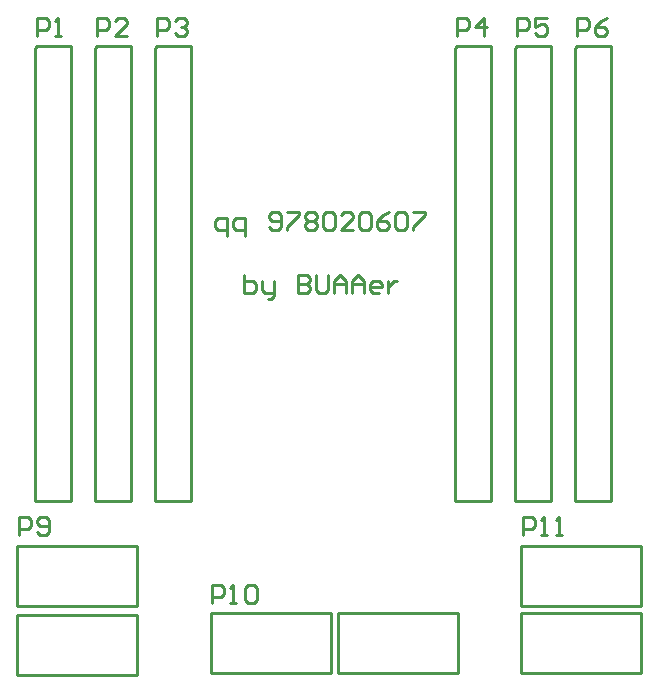
<source format=gto>
G04*
G04 #@! TF.GenerationSoftware,Altium Limited,Altium Designer,18.0.7 (293)*
G04*
G04 Layer_Color=65535*
%FSLAX25Y25*%
%MOIN*%
G70*
G01*
G75*
%ADD10C,0.01000*%
D10*
X342500Y214500D02*
Y234500D01*
X382500D01*
Y214500D02*
Y234500D01*
X342500Y214500D02*
X382500D01*
X342500Y237000D02*
Y257000D01*
X382500D01*
Y237000D02*
Y257000D01*
X342500Y237000D02*
X382500D01*
X281500Y214500D02*
Y234500D01*
X321500D01*
Y214500D02*
Y234500D01*
X281500Y214500D02*
X321500D01*
X174500Y214000D02*
Y234000D01*
X214500D01*
Y214000D02*
Y234000D01*
X174500Y214000D02*
X214500D01*
X360500Y272000D02*
X372500D01*
Y423500D01*
X361000D02*
X372500D01*
X360500Y423000D02*
X361000Y423500D01*
X360500Y272000D02*
Y423000D01*
X340500Y272000D02*
X352500D01*
Y423500D01*
X341000D02*
X352500D01*
X340500Y423000D02*
X341000Y423500D01*
X340500Y272000D02*
Y423000D01*
X320500Y272000D02*
X332500D01*
Y423500D01*
X321000D02*
X332500D01*
X320500Y423000D02*
X321000Y423500D01*
X320500Y272000D02*
Y423000D01*
X220500Y272000D02*
X232500D01*
Y423500D01*
X221000D02*
X232500D01*
X220500Y423000D02*
X221000Y423500D01*
X220500Y272000D02*
Y423000D01*
X200500Y272000D02*
X212500D01*
Y423500D01*
X201000D02*
X212500D01*
X200500Y423000D02*
X201000Y423500D01*
X200500Y272000D02*
Y423000D01*
X180500Y272000D02*
X192500D01*
Y423500D01*
X181000D02*
X192500D01*
X180500Y423000D02*
X181000Y423500D01*
X180500Y272000D02*
Y423000D01*
X239000Y214500D02*
X279000D01*
Y234500D01*
X239000D02*
X279000D01*
X239000Y214500D02*
Y234500D01*
X174500Y237000D02*
X214500D01*
Y257000D01*
X174500D02*
X214500D01*
X174500Y237000D02*
Y257000D01*
X244499Y360461D02*
Y366459D01*
X241500D01*
X240500Y365460D01*
Y363460D01*
X241500Y362461D01*
X244499D01*
X250497Y360461D02*
Y366459D01*
X247498D01*
X246498Y365460D01*
Y363460D01*
X247498Y362461D01*
X250497D01*
X258494Y363460D02*
X259494Y362461D01*
X261493D01*
X262493Y363460D01*
Y367459D01*
X261493Y368459D01*
X259494D01*
X258494Y367459D01*
Y366459D01*
X259494Y365460D01*
X262493D01*
X264492Y368459D02*
X268491D01*
Y367459D01*
X264492Y363460D01*
Y362461D01*
X270490Y367459D02*
X271490Y368459D01*
X273489D01*
X274489Y367459D01*
Y366459D01*
X273489Y365460D01*
X274489Y364460D01*
Y363460D01*
X273489Y362461D01*
X271490D01*
X270490Y363460D01*
Y364460D01*
X271490Y365460D01*
X270490Y366459D01*
Y367459D01*
X271490Y365460D02*
X273489D01*
X276488Y367459D02*
X277488Y368459D01*
X279487D01*
X280487Y367459D01*
Y363460D01*
X279487Y362461D01*
X277488D01*
X276488Y363460D01*
Y367459D01*
X286485Y362461D02*
X282486D01*
X286485Y366459D01*
Y367459D01*
X285485Y368459D01*
X283486D01*
X282486Y367459D01*
X288485D02*
X289484Y368459D01*
X291483D01*
X292483Y367459D01*
Y363460D01*
X291483Y362461D01*
X289484D01*
X288485Y363460D01*
Y367459D01*
X298481Y368459D02*
X296482Y367459D01*
X294482Y365460D01*
Y363460D01*
X295482Y362461D01*
X297482D01*
X298481Y363460D01*
Y364460D01*
X297482Y365460D01*
X294482D01*
X300481Y367459D02*
X301480Y368459D01*
X303480D01*
X304479Y367459D01*
Y363460D01*
X303480Y362461D01*
X301480D01*
X300481Y363460D01*
Y367459D01*
X306479Y368459D02*
X310477D01*
Y367459D01*
X306479Y363460D01*
Y362461D01*
X249997Y347264D02*
Y341266D01*
X252996D01*
X253996Y342266D01*
Y343265D01*
Y344265D01*
X252996Y345265D01*
X249997D01*
X255995D02*
Y342266D01*
X256995Y341266D01*
X259994D01*
Y340266D01*
X258994Y339267D01*
X257994D01*
X259994Y341266D02*
Y345265D01*
X267991Y347264D02*
Y341266D01*
X270990D01*
X271990Y342266D01*
Y343265D01*
X270990Y344265D01*
X267991D01*
X270990D01*
X271990Y345265D01*
Y346264D01*
X270990Y347264D01*
X267991D01*
X273989D02*
Y342266D01*
X274989Y341266D01*
X276988D01*
X277988Y342266D01*
Y347264D01*
X279987Y341266D02*
Y345265D01*
X281987Y347264D01*
X283986Y345265D01*
Y341266D01*
Y344265D01*
X279987D01*
X285985Y341266D02*
Y345265D01*
X287985Y347264D01*
X289984Y345265D01*
Y341266D01*
Y344265D01*
X285985D01*
X294982Y341266D02*
X292983D01*
X291983Y342266D01*
Y344265D01*
X292983Y345265D01*
X294982D01*
X295982Y344265D01*
Y343265D01*
X291983D01*
X297981Y345265D02*
Y341266D01*
Y343265D01*
X298981Y344265D01*
X299981Y345265D01*
X300980D01*
X343000Y260500D02*
Y266498D01*
X345999D01*
X346999Y265498D01*
Y263499D01*
X345999Y262499D01*
X343000D01*
X348998Y260500D02*
X350997D01*
X349998D01*
Y266498D01*
X348998Y265498D01*
X353996Y260500D02*
X355996D01*
X354996D01*
Y266498D01*
X353996Y265498D01*
X239500Y238000D02*
Y243998D01*
X242499D01*
X243499Y242998D01*
Y240999D01*
X242499Y239999D01*
X239500D01*
X245498Y238000D02*
X247497D01*
X246498D01*
Y243998D01*
X245498Y242998D01*
X250496D02*
X251496Y243998D01*
X253496D01*
X254495Y242998D01*
Y239000D01*
X253496Y238000D01*
X251496D01*
X250496Y239000D01*
Y242998D01*
X175000Y260500D02*
Y266498D01*
X177999D01*
X178999Y265498D01*
Y263499D01*
X177999Y262499D01*
X175000D01*
X180998Y261500D02*
X181998Y260500D01*
X183997D01*
X184997Y261500D01*
Y265498D01*
X183997Y266498D01*
X181998D01*
X180998Y265498D01*
Y264499D01*
X181998Y263499D01*
X184997D01*
X361000Y427000D02*
Y432998D01*
X363999D01*
X364999Y431998D01*
Y429999D01*
X363999Y428999D01*
X361000D01*
X370997Y432998D02*
X368997Y431998D01*
X366998Y429999D01*
Y428000D01*
X367998Y427000D01*
X369997D01*
X370997Y428000D01*
Y428999D01*
X369997Y429999D01*
X366998D01*
X341000Y427000D02*
Y432998D01*
X343999D01*
X344999Y431998D01*
Y429999D01*
X343999Y428999D01*
X341000D01*
X350997Y432998D02*
X346998D01*
Y429999D01*
X348997Y430999D01*
X349997D01*
X350997Y429999D01*
Y428000D01*
X349997Y427000D01*
X347998D01*
X346998Y428000D01*
X321000Y427000D02*
Y432998D01*
X323999D01*
X324999Y431998D01*
Y429999D01*
X323999Y428999D01*
X321000D01*
X329997Y427000D02*
Y432998D01*
X326998Y429999D01*
X330997D01*
X221000Y427000D02*
Y432998D01*
X223999D01*
X224999Y431998D01*
Y429999D01*
X223999Y428999D01*
X221000D01*
X226998Y431998D02*
X227998Y432998D01*
X229997D01*
X230997Y431998D01*
Y430999D01*
X229997Y429999D01*
X228997D01*
X229997D01*
X230997Y428999D01*
Y428000D01*
X229997Y427000D01*
X227998D01*
X226998Y428000D01*
X201000Y427000D02*
Y432998D01*
X203999D01*
X204999Y431998D01*
Y429999D01*
X203999Y428999D01*
X201000D01*
X210997Y427000D02*
X206998D01*
X210997Y430999D01*
Y431998D01*
X209997Y432998D01*
X207998D01*
X206998Y431998D01*
X181000Y427000D02*
Y432998D01*
X183999D01*
X184999Y431998D01*
Y429999D01*
X183999Y428999D01*
X181000D01*
X186998Y427000D02*
X188997D01*
X187998D01*
Y432998D01*
X186998Y431998D01*
M02*

</source>
